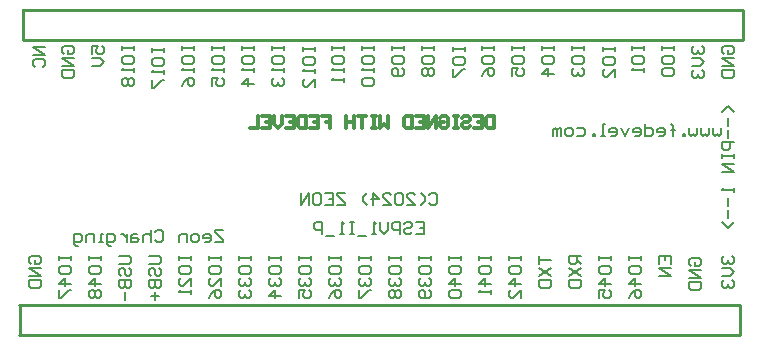
<source format=gbo>
G04*
G04 #@! TF.GenerationSoftware,Altium Limited,Altium Designer,24.5.2 (23)*
G04*
G04 Layer_Color=32896*
%FSLAX25Y25*%
%MOIN*%
G70*
G04*
G04 #@! TF.SameCoordinates,906D8F54-8257-410E-A491-0C3AE59FFD44*
G04*
G04*
G04 #@! TF.FilePolarity,Positive*
G04*
G01*
G75*
%ADD11C,0.00600*%
%ADD67C,0.01200*%
%ADD82C,0.01000*%
D11*
X96600Y35832D02*
X93934D01*
Y35165D01*
X96600Y32499D01*
Y31833D01*
X93934D01*
X90602D02*
X91935D01*
X92601Y32499D01*
Y33832D01*
X91935Y34499D01*
X90602D01*
X89935Y33832D01*
Y33166D01*
X92601D01*
X87936Y31833D02*
X86603D01*
X85937Y32499D01*
Y33832D01*
X86603Y34499D01*
X87936D01*
X88603Y33832D01*
Y32499D01*
X87936Y31833D01*
X84604D02*
Y34499D01*
X82604D01*
X81938Y33832D01*
Y31833D01*
X73941Y35165D02*
X74607Y35832D01*
X75940D01*
X76606Y35165D01*
Y32499D01*
X75940Y31833D01*
X74607D01*
X73941Y32499D01*
X72608Y35832D02*
Y31833D01*
Y33832D01*
X71941Y34499D01*
X70608D01*
X69942Y33832D01*
Y31833D01*
X67943Y34499D02*
X66610D01*
X65943Y33832D01*
Y31833D01*
X67943D01*
X68609Y32499D01*
X67943Y33166D01*
X65943D01*
X64610Y34499D02*
Y31833D01*
Y33166D01*
X63944Y33832D01*
X63277Y34499D01*
X62611D01*
X59279Y30500D02*
X58612D01*
X57946Y31166D01*
Y34499D01*
X59945D01*
X60612Y33832D01*
Y32499D01*
X59945Y31833D01*
X57946D01*
X56613D02*
X55280D01*
X55946D01*
Y34499D01*
X56613D01*
X53281Y31833D02*
Y34499D01*
X51281D01*
X50615Y33832D01*
Y31833D01*
X47949Y30500D02*
X47283D01*
X46616Y31166D01*
Y34499D01*
X48616D01*
X49282Y33832D01*
Y32499D01*
X48616Y31833D01*
X46616D01*
X266900Y74901D02*
X264901Y76900D01*
X262901Y74901D01*
X264901Y72901D02*
Y70236D01*
Y68903D02*
Y66237D01*
X266900Y64904D02*
X262901D01*
Y62905D01*
X263568Y62238D01*
X264901D01*
X265567Y62905D01*
Y64904D01*
X262901Y60905D02*
Y59572D01*
Y60239D01*
X266900D01*
Y60905D01*
Y59572D01*
Y57573D02*
X262901D01*
X266900Y54907D01*
X262901D01*
X266900Y49575D02*
Y48243D01*
Y48909D01*
X262901D01*
X263568Y49575D01*
X264901Y46243D02*
Y43577D01*
Y42244D02*
Y39579D01*
X266900Y38246D02*
X264901Y36246D01*
X262901Y38246D01*
X262400Y69766D02*
Y67766D01*
X261734Y67100D01*
X261067Y67766D01*
X260401Y67100D01*
X259734Y67766D01*
Y69766D01*
X258401D02*
Y67766D01*
X257735Y67100D01*
X257068Y67766D01*
X256402Y67100D01*
X255735Y67766D01*
Y69766D01*
X254403D02*
Y67766D01*
X253736Y67100D01*
X253070Y67766D01*
X252403Y67100D01*
X251737Y67766D01*
Y69766D01*
X250404Y67100D02*
Y67766D01*
X249737D01*
Y67100D01*
X250404D01*
X246405D02*
Y70432D01*
Y69099D01*
X247072D01*
X245739D01*
X246405D01*
Y70432D01*
X245739Y71099D01*
X241740Y67100D02*
X243073D01*
X243739Y67766D01*
Y69099D01*
X243073Y69766D01*
X241740D01*
X241073Y69099D01*
Y68433D01*
X243739D01*
X237075Y71099D02*
Y67100D01*
X239074D01*
X239741Y67766D01*
Y69099D01*
X239074Y69766D01*
X237075D01*
X233743Y67100D02*
X235075D01*
X235742Y67766D01*
Y69099D01*
X235075Y69766D01*
X233743D01*
X233076Y69099D01*
Y68433D01*
X235742D01*
X231743Y69766D02*
X230410Y67100D01*
X229077Y69766D01*
X225745Y67100D02*
X227078D01*
X227745Y67766D01*
Y69099D01*
X227078Y69766D01*
X225745D01*
X225079Y69099D01*
Y68433D01*
X227745D01*
X223746Y67100D02*
X222413D01*
X223079D01*
Y71099D01*
X223746D01*
X220413Y67100D02*
Y67766D01*
X219747D01*
Y67100D01*
X220413D01*
X214416Y69766D02*
X216415D01*
X217081Y69099D01*
Y67766D01*
X216415Y67100D01*
X214416D01*
X212416D02*
X211083D01*
X210417Y67766D01*
Y69099D01*
X211083Y69766D01*
X212416D01*
X213083Y69099D01*
Y67766D01*
X212416Y67100D01*
X209084D02*
Y69766D01*
X208417D01*
X207751Y69099D01*
Y67100D01*
Y69099D01*
X207084Y69766D01*
X206418Y69099D01*
Y67100D01*
X165234Y47432D02*
X165901Y48099D01*
X167234D01*
X167900Y47432D01*
Y44766D01*
X167234Y44100D01*
X165901D01*
X165234Y44766D01*
X162568Y44100D02*
X163901Y45433D01*
Y46766D01*
X162568Y48099D01*
X157903Y44100D02*
X160569D01*
X157903Y46766D01*
Y47432D01*
X158570Y48099D01*
X159903D01*
X160569Y47432D01*
X156570D02*
X155904Y48099D01*
X154571D01*
X153904Y47432D01*
Y44766D01*
X154571Y44100D01*
X155904D01*
X156570Y44766D01*
Y47432D01*
X149906Y44100D02*
X152572D01*
X149906Y46766D01*
Y47432D01*
X150572Y48099D01*
X151905D01*
X152572Y47432D01*
X146574Y44100D02*
Y48099D01*
X148573Y46099D01*
X145907D01*
X144574Y44100D02*
X143241Y45433D01*
Y46766D01*
X144574Y48099D01*
X137243D02*
X134577D01*
Y47432D01*
X137243Y44766D01*
Y44100D01*
X134577D01*
X130579Y48099D02*
X133245D01*
Y44100D01*
X130579D01*
X133245Y46099D02*
X131912D01*
X127246Y48099D02*
X128579D01*
X129246Y47432D01*
Y44766D01*
X128579Y44100D01*
X127246D01*
X126580Y44766D01*
Y47432D01*
X127246Y48099D01*
X125247Y44100D02*
Y48099D01*
X122581Y44100D01*
Y48099D01*
X160734Y38265D02*
X163400D01*
Y34266D01*
X160734D01*
X163400Y36266D02*
X162067D01*
X156736Y37599D02*
X157402Y38265D01*
X158735D01*
X159401Y37599D01*
Y36932D01*
X158735Y36266D01*
X157402D01*
X156736Y35599D01*
Y34933D01*
X157402Y34266D01*
X158735D01*
X159401Y34933D01*
X155403Y34266D02*
Y38265D01*
X153403D01*
X152737Y37599D01*
Y36266D01*
X153403Y35599D01*
X155403D01*
X151404Y38265D02*
Y35599D01*
X150071Y34266D01*
X148738Y35599D01*
Y38265D01*
X147405Y34266D02*
X146072D01*
X146739D01*
Y38265D01*
X147405Y37599D01*
X144073Y33600D02*
X141407D01*
X140074Y38265D02*
X138741D01*
X139408D01*
Y34266D01*
X140074D01*
X138741D01*
X136742D02*
X135409D01*
X136075D01*
Y38265D01*
X136742Y37599D01*
X133410Y33600D02*
X130744D01*
X129411Y34266D02*
Y38265D01*
X127412D01*
X126745Y37599D01*
Y36266D01*
X127412Y35599D01*
X129411D01*
X32568Y24234D02*
X31901Y24901D01*
Y26234D01*
X32568Y26900D01*
X35234D01*
X35900Y26234D01*
Y24901D01*
X35234Y24234D01*
X33901D01*
Y25567D01*
X35900Y22901D02*
X31901D01*
X35900Y20235D01*
X31901D01*
Y18903D02*
X35900D01*
Y16903D01*
X35234Y16237D01*
X32568D01*
X31901Y16903D01*
Y18903D01*
X41901Y26900D02*
Y25567D01*
Y26234D01*
X45900D01*
Y26900D01*
Y25567D01*
X41901Y21568D02*
Y22901D01*
X42568Y23568D01*
X45234D01*
X45900Y22901D01*
Y21568D01*
X45234Y20902D01*
X42568D01*
X41901Y21568D01*
X45900Y17570D02*
X41901D01*
X43901Y19569D01*
Y16903D01*
X41901Y15570D02*
Y12904D01*
X42568D01*
X45234Y15570D01*
X45900D01*
X51901Y26900D02*
Y25567D01*
Y26234D01*
X55900D01*
Y26900D01*
Y25567D01*
X51901Y21568D02*
Y22901D01*
X52568Y23568D01*
X55234D01*
X55900Y22901D01*
Y21568D01*
X55234Y20902D01*
X52568D01*
X51901Y21568D01*
X55900Y17570D02*
X51901D01*
X53901Y19569D01*
Y16903D01*
X52568Y15570D02*
X51901Y14904D01*
Y13571D01*
X52568Y12904D01*
X53234D01*
X53901Y13571D01*
X54567Y12904D01*
X55234D01*
X55900Y13571D01*
Y14904D01*
X55234Y15570D01*
X54567D01*
X53901Y14904D01*
X53234Y15570D01*
X52568D01*
X53901Y14904D02*
Y13571D01*
X61901Y26900D02*
X65234D01*
X65900Y26234D01*
Y24901D01*
X65234Y24234D01*
X61901D01*
X62568Y20235D02*
X61901Y20902D01*
Y22235D01*
X62568Y22901D01*
X63234D01*
X63901Y22235D01*
Y20902D01*
X64567Y20235D01*
X65234D01*
X65900Y20902D01*
Y22235D01*
X65234Y22901D01*
X61901Y18903D02*
X65900D01*
Y16903D01*
X65234Y16237D01*
X64567D01*
X63901Y16903D01*
Y18903D01*
Y16903D01*
X63234Y16237D01*
X62568D01*
X61901Y16903D01*
Y18903D01*
X63901Y14904D02*
Y12238D01*
X71901Y26900D02*
X75234D01*
X75900Y26234D01*
Y24901D01*
X75234Y24234D01*
X71901D01*
X72568Y20235D02*
X71901Y20902D01*
Y22235D01*
X72568Y22901D01*
X73234D01*
X73901Y22235D01*
Y20902D01*
X74567Y20235D01*
X75234D01*
X75900Y20902D01*
Y22235D01*
X75234Y22901D01*
X71901Y18903D02*
X75900D01*
Y16903D01*
X75234Y16237D01*
X74567D01*
X73901Y16903D01*
Y18903D01*
Y16903D01*
X73234Y16237D01*
X72568D01*
X71901Y16903D01*
Y18903D01*
X73901Y14904D02*
Y12238D01*
X72568Y13571D02*
X75234D01*
X81901Y26900D02*
Y25567D01*
Y26234D01*
X85900D01*
Y26900D01*
Y25567D01*
X81901Y21568D02*
Y22901D01*
X82568Y23568D01*
X85234D01*
X85900Y22901D01*
Y21568D01*
X85234Y20902D01*
X82568D01*
X81901Y21568D01*
X85900Y16903D02*
Y19569D01*
X83234Y16903D01*
X82568D01*
X81901Y17570D01*
Y18903D01*
X82568Y19569D01*
X85900Y15570D02*
Y14237D01*
Y14904D01*
X81901D01*
X82568Y15570D01*
X91901Y26900D02*
Y25567D01*
Y26234D01*
X95900D01*
Y26900D01*
Y25567D01*
X91901Y21568D02*
Y22901D01*
X92568Y23568D01*
X95234D01*
X95900Y22901D01*
Y21568D01*
X95234Y20902D01*
X92568D01*
X91901Y21568D01*
X95900Y16903D02*
Y19569D01*
X93234Y16903D01*
X92568D01*
X91901Y17570D01*
Y18903D01*
X92568Y19569D01*
X91901Y12904D02*
X92568Y14237D01*
X93901Y15570D01*
X95234D01*
X95900Y14904D01*
Y13571D01*
X95234Y12904D01*
X94567D01*
X93901Y13571D01*
Y15570D01*
X101901Y26900D02*
Y25567D01*
Y26234D01*
X105900D01*
Y26900D01*
Y25567D01*
X101901Y21568D02*
Y22901D01*
X102568Y23568D01*
X105234D01*
X105900Y22901D01*
Y21568D01*
X105234Y20902D01*
X102568D01*
X101901Y21568D01*
X102568Y19569D02*
X101901Y18903D01*
Y17570D01*
X102568Y16903D01*
X103234D01*
X103901Y17570D01*
Y18236D01*
Y17570D01*
X104567Y16903D01*
X105234D01*
X105900Y17570D01*
Y18903D01*
X105234Y19569D01*
X102568Y15570D02*
X101901Y14904D01*
Y13571D01*
X102568Y12904D01*
X103234D01*
X103901Y13571D01*
Y14237D01*
Y13571D01*
X104567Y12904D01*
X105234D01*
X105900Y13571D01*
Y14904D01*
X105234Y15570D01*
X111901Y26900D02*
Y25567D01*
Y26234D01*
X115900D01*
Y26900D01*
Y25567D01*
X111901Y21568D02*
Y22901D01*
X112568Y23568D01*
X115234D01*
X115900Y22901D01*
Y21568D01*
X115234Y20902D01*
X112568D01*
X111901Y21568D01*
X112568Y19569D02*
X111901Y18903D01*
Y17570D01*
X112568Y16903D01*
X113234D01*
X113901Y17570D01*
Y18236D01*
Y17570D01*
X114567Y16903D01*
X115234D01*
X115900Y17570D01*
Y18903D01*
X115234Y19569D01*
X115900Y13571D02*
X111901D01*
X113901Y15570D01*
Y12904D01*
X121901Y26900D02*
Y25567D01*
Y26234D01*
X125900D01*
Y26900D01*
Y25567D01*
X121901Y21568D02*
Y22901D01*
X122568Y23568D01*
X125233D01*
X125900Y22901D01*
Y21568D01*
X125233Y20902D01*
X122568D01*
X121901Y21568D01*
X122568Y19569D02*
X121901Y18903D01*
Y17570D01*
X122568Y16903D01*
X123234D01*
X123901Y17570D01*
Y18236D01*
Y17570D01*
X124567Y16903D01*
X125233D01*
X125900Y17570D01*
Y18903D01*
X125233Y19569D01*
X121901Y12904D02*
Y15570D01*
X123901D01*
X123234Y14237D01*
Y13571D01*
X123901Y12904D01*
X125233D01*
X125900Y13571D01*
Y14904D01*
X125233Y15570D01*
X131901Y26900D02*
Y25567D01*
Y26234D01*
X135900D01*
Y26900D01*
Y25567D01*
X131901Y21568D02*
Y22901D01*
X132568Y23568D01*
X135233D01*
X135900Y22901D01*
Y21568D01*
X135233Y20902D01*
X132568D01*
X131901Y21568D01*
X132568Y19569D02*
X131901Y18903D01*
Y17570D01*
X132568Y16903D01*
X133234D01*
X133901Y17570D01*
Y18236D01*
Y17570D01*
X134567Y16903D01*
X135233D01*
X135900Y17570D01*
Y18903D01*
X135233Y19569D01*
X131901Y12904D02*
X132568Y14237D01*
X133901Y15570D01*
X135233D01*
X135900Y14904D01*
Y13571D01*
X135233Y12904D01*
X134567D01*
X133901Y13571D01*
Y15570D01*
X141901Y26900D02*
Y25567D01*
Y26234D01*
X145900D01*
Y26900D01*
Y25567D01*
X141901Y21568D02*
Y22901D01*
X142568Y23568D01*
X145234D01*
X145900Y22901D01*
Y21568D01*
X145234Y20902D01*
X142568D01*
X141901Y21568D01*
X142568Y19569D02*
X141901Y18903D01*
Y17570D01*
X142568Y16903D01*
X143234D01*
X143901Y17570D01*
Y18236D01*
Y17570D01*
X144567Y16903D01*
X145234D01*
X145900Y17570D01*
Y18903D01*
X145234Y19569D01*
X141901Y15570D02*
Y12904D01*
X142568D01*
X145234Y15570D01*
X145900D01*
X151901Y26900D02*
Y25567D01*
Y26234D01*
X155900D01*
Y26900D01*
Y25567D01*
X151901Y21568D02*
Y22901D01*
X152568Y23568D01*
X155234D01*
X155900Y22901D01*
Y21568D01*
X155234Y20902D01*
X152568D01*
X151901Y21568D01*
X152568Y19569D02*
X151901Y18903D01*
Y17570D01*
X152568Y16903D01*
X153234D01*
X153901Y17570D01*
Y18236D01*
Y17570D01*
X154567Y16903D01*
X155234D01*
X155900Y17570D01*
Y18903D01*
X155234Y19569D01*
X152568Y15570D02*
X151901Y14904D01*
Y13571D01*
X152568Y12904D01*
X153234D01*
X153901Y13571D01*
X154567Y12904D01*
X155234D01*
X155900Y13571D01*
Y14904D01*
X155234Y15570D01*
X154567D01*
X153901Y14904D01*
X153234Y15570D01*
X152568D01*
X153901Y14904D02*
Y13571D01*
X161901Y26900D02*
Y25567D01*
Y26234D01*
X165900D01*
Y26900D01*
Y25567D01*
X161901Y21568D02*
Y22901D01*
X162568Y23568D01*
X165234D01*
X165900Y22901D01*
Y21568D01*
X165234Y20902D01*
X162568D01*
X161901Y21568D01*
X162568Y19569D02*
X161901Y18903D01*
Y17570D01*
X162568Y16903D01*
X163234D01*
X163901Y17570D01*
Y18236D01*
Y17570D01*
X164567Y16903D01*
X165234D01*
X165900Y17570D01*
Y18903D01*
X165234Y19569D01*
Y15570D02*
X165900Y14904D01*
Y13571D01*
X165234Y12904D01*
X162568D01*
X161901Y13571D01*
Y14904D01*
X162568Y15570D01*
X163234D01*
X163901Y14904D01*
Y12904D01*
X171901Y26900D02*
Y25567D01*
Y26234D01*
X175900D01*
Y26900D01*
Y25567D01*
X171901Y21568D02*
Y22901D01*
X172568Y23568D01*
X175233D01*
X175900Y22901D01*
Y21568D01*
X175233Y20902D01*
X172568D01*
X171901Y21568D01*
X175900Y17570D02*
X171901D01*
X173901Y19569D01*
Y16903D01*
X172568Y15570D02*
X171901Y14904D01*
Y13571D01*
X172568Y12904D01*
X175233D01*
X175900Y13571D01*
Y14904D01*
X175233Y15570D01*
X172568D01*
X181901Y26900D02*
Y25567D01*
Y26234D01*
X185900D01*
Y26900D01*
Y25567D01*
X181901Y21568D02*
Y22901D01*
X182568Y23568D01*
X185233D01*
X185900Y22901D01*
Y21568D01*
X185233Y20902D01*
X182568D01*
X181901Y21568D01*
X185900Y17570D02*
X181901D01*
X183901Y19569D01*
Y16903D01*
X185900Y15570D02*
Y14237D01*
Y14904D01*
X181901D01*
X182568Y15570D01*
X191901Y26900D02*
Y25567D01*
Y26234D01*
X195900D01*
Y26900D01*
Y25567D01*
X191901Y21568D02*
Y22901D01*
X192568Y23568D01*
X195234D01*
X195900Y22901D01*
Y21568D01*
X195234Y20902D01*
X192568D01*
X191901Y21568D01*
X195900Y17570D02*
X191901D01*
X193901Y19569D01*
Y16903D01*
X195900Y12904D02*
Y15570D01*
X193234Y12904D01*
X192568D01*
X191901Y13571D01*
Y14904D01*
X192568Y15570D01*
X201901Y26900D02*
Y24234D01*
Y25567D01*
X205900D01*
X201901Y22901D02*
X205900Y20235D01*
X201901D02*
X205900Y22901D01*
X201901Y18903D02*
X205900D01*
Y16903D01*
X205234Y16237D01*
X202568D01*
X201901Y16903D01*
Y18903D01*
X215900Y26900D02*
X211901D01*
Y24901D01*
X212568Y24234D01*
X213901D01*
X214567Y24901D01*
Y26900D01*
Y25567D02*
X215900Y24234D01*
X211901Y22901D02*
X215900Y20235D01*
X211901D02*
X215900Y22901D01*
X211901Y18903D02*
X215900D01*
Y16903D01*
X215234Y16237D01*
X212568D01*
X211901Y16903D01*
Y18903D01*
X221901Y26900D02*
Y25567D01*
Y26234D01*
X225900D01*
Y26900D01*
Y25567D01*
X221901Y21568D02*
Y22901D01*
X222568Y23568D01*
X225234D01*
X225900Y22901D01*
Y21568D01*
X225234Y20902D01*
X222568D01*
X221901Y21568D01*
X225900Y17570D02*
X221901D01*
X223901Y19569D01*
Y16903D01*
X221901Y12904D02*
Y15570D01*
X223901D01*
X223234Y14237D01*
Y13571D01*
X223901Y12904D01*
X225234D01*
X225900Y13571D01*
Y14904D01*
X225234Y15570D01*
X241901Y24234D02*
Y26900D01*
X245900D01*
Y24234D01*
X243901Y26900D02*
Y25567D01*
X245900Y22901D02*
X241901D01*
X245900Y20235D01*
X241901D01*
X252568Y23734D02*
X251901Y24401D01*
Y25734D01*
X252568Y26400D01*
X255234D01*
X255900Y25734D01*
Y24401D01*
X255234Y23734D01*
X253901D01*
Y25067D01*
X255900Y22401D02*
X251901D01*
X255900Y19736D01*
X251901D01*
Y18403D02*
X255900D01*
Y16403D01*
X255234Y15737D01*
X252568D01*
X251901Y16403D01*
Y18403D01*
X263568Y26900D02*
X262901Y26234D01*
Y24901D01*
X263568Y24234D01*
X264234D01*
X264901Y24901D01*
Y25567D01*
Y24901D01*
X265567Y24234D01*
X266234D01*
X266900Y24901D01*
Y26234D01*
X266234Y26900D01*
X262901Y22901D02*
X265567D01*
X266900Y21568D01*
X265567Y20235D01*
X262901D01*
X263568Y18903D02*
X262901Y18236D01*
Y16903D01*
X263568Y16237D01*
X264234D01*
X264901Y16903D01*
Y17570D01*
Y16903D01*
X265567Y16237D01*
X266234D01*
X266900Y16903D01*
Y18236D01*
X266234Y18903D01*
X231901Y26900D02*
Y25567D01*
Y26234D01*
X235900D01*
Y26900D01*
Y25567D01*
X231901Y21568D02*
Y22901D01*
X232568Y23568D01*
X235234D01*
X235900Y22901D01*
Y21568D01*
X235234Y20902D01*
X232568D01*
X231901Y21568D01*
X235900Y17570D02*
X231901D01*
X233901Y19569D01*
Y16903D01*
X231901Y12904D02*
X232568Y14237D01*
X233901Y15570D01*
X235234D01*
X235900Y14904D01*
Y13571D01*
X235234Y12904D01*
X234567D01*
X233901Y13571D01*
Y15570D01*
X62901Y96900D02*
Y95567D01*
Y96234D01*
X66900D01*
Y96900D01*
Y95567D01*
X62901Y91568D02*
Y92901D01*
X63568Y93568D01*
X66234D01*
X66900Y92901D01*
Y91568D01*
X66234Y90902D01*
X63568D01*
X62901Y91568D01*
X66900Y89569D02*
Y88236D01*
Y88903D01*
X62901D01*
X63568Y89569D01*
Y86237D02*
X62901Y85570D01*
Y84237D01*
X63568Y83571D01*
X64234D01*
X64901Y84237D01*
X65567Y83571D01*
X66234D01*
X66900Y84237D01*
Y85570D01*
X66234Y86237D01*
X65567D01*
X64901Y85570D01*
X64234Y86237D01*
X63568D01*
X64901Y85570D02*
Y84237D01*
X52901Y94234D02*
Y96900D01*
X54901D01*
X54234Y95567D01*
Y94901D01*
X54901Y94234D01*
X56234D01*
X56900Y94901D01*
Y96234D01*
X56234Y96900D01*
X52901Y92901D02*
X55567D01*
X56900Y91568D01*
X55567Y90236D01*
X52901D01*
X43568Y94234D02*
X42901Y94901D01*
Y96234D01*
X43568Y96900D01*
X46234D01*
X46900Y96234D01*
Y94901D01*
X46234Y94234D01*
X44901D01*
Y95567D01*
X46900Y92901D02*
X42901D01*
X46900Y90236D01*
X42901D01*
Y88903D02*
X46900D01*
Y86903D01*
X46234Y86237D01*
X43568D01*
X42901Y86903D01*
Y88903D01*
X37123Y96780D02*
X33125D01*
X37123Y94115D01*
X33125D01*
X33791Y90116D02*
X33125Y90782D01*
Y92115D01*
X33791Y92782D01*
X36457D01*
X37123Y92115D01*
Y90782D01*
X36457Y90116D01*
X112901Y96900D02*
Y95567D01*
Y96234D01*
X116900D01*
Y96900D01*
Y95567D01*
X112901Y91568D02*
Y92901D01*
X113568Y93568D01*
X116234D01*
X116900Y92901D01*
Y91568D01*
X116234Y90902D01*
X113568D01*
X112901Y91568D01*
X116900Y89569D02*
Y88236D01*
Y88903D01*
X112901D01*
X113568Y89569D01*
Y86237D02*
X112901Y85570D01*
Y84237D01*
X113568Y83571D01*
X114234D01*
X114901Y84237D01*
Y84904D01*
Y84237D01*
X115567Y83571D01*
X116234D01*
X116900Y84237D01*
Y85570D01*
X116234Y86237D01*
X102901Y96900D02*
Y95567D01*
Y96234D01*
X106900D01*
Y96900D01*
Y95567D01*
X102901Y91568D02*
Y92901D01*
X103568Y93568D01*
X106234D01*
X106900Y92901D01*
Y91568D01*
X106234Y90902D01*
X103568D01*
X102901Y91568D01*
X106900Y89569D02*
Y88236D01*
Y88903D01*
X102901D01*
X103568Y89569D01*
X106900Y84237D02*
X102901D01*
X104901Y86237D01*
Y83571D01*
X92901Y96900D02*
Y95567D01*
Y96234D01*
X96900D01*
Y96900D01*
Y95567D01*
X92901Y91568D02*
Y92901D01*
X93568Y93568D01*
X96234D01*
X96900Y92901D01*
Y91568D01*
X96234Y90902D01*
X93568D01*
X92901Y91568D01*
X96900Y89569D02*
Y88236D01*
Y88903D01*
X92901D01*
X93568Y89569D01*
X92901Y83571D02*
Y86237D01*
X94901D01*
X94234Y84904D01*
Y84237D01*
X94901Y83571D01*
X96234D01*
X96900Y84237D01*
Y85570D01*
X96234Y86237D01*
X82901Y96900D02*
Y95567D01*
Y96234D01*
X86900D01*
Y96900D01*
Y95567D01*
X82901Y91568D02*
Y92901D01*
X83568Y93568D01*
X86234D01*
X86900Y92901D01*
Y91568D01*
X86234Y90902D01*
X83568D01*
X82901Y91568D01*
X86900Y89569D02*
Y88236D01*
Y88903D01*
X82901D01*
X83568Y89569D01*
X82901Y83571D02*
X83568Y84904D01*
X84901Y86237D01*
X86234D01*
X86900Y85570D01*
Y84237D01*
X86234Y83571D01*
X85567D01*
X84901Y84237D01*
Y86237D01*
X72901Y96400D02*
Y95067D01*
Y95734D01*
X76900D01*
Y96400D01*
Y95067D01*
X72901Y91068D02*
Y92401D01*
X73568Y93068D01*
X76234D01*
X76900Y92401D01*
Y91068D01*
X76234Y90402D01*
X73568D01*
X72901Y91068D01*
X76900Y89069D02*
Y87736D01*
Y88403D01*
X72901D01*
X73568Y89069D01*
X72901Y85737D02*
Y83071D01*
X73568D01*
X76234Y85737D01*
X76900D01*
X162901Y96900D02*
Y95567D01*
Y96234D01*
X166900D01*
Y96900D01*
Y95567D01*
X162901Y91568D02*
Y92901D01*
X163568Y93568D01*
X166234D01*
X166900Y92901D01*
Y91568D01*
X166234Y90902D01*
X163568D01*
X162901Y91568D01*
X163568Y89569D02*
X162901Y88903D01*
Y87570D01*
X163568Y86903D01*
X164234D01*
X164901Y87570D01*
X165567Y86903D01*
X166234D01*
X166900Y87570D01*
Y88903D01*
X166234Y89569D01*
X165567D01*
X164901Y88903D01*
X164234Y89569D01*
X163568D01*
X164901Y88903D02*
Y87570D01*
X152901Y96900D02*
Y95567D01*
Y96234D01*
X156900D01*
Y96900D01*
Y95567D01*
X152901Y91568D02*
Y92901D01*
X153568Y93568D01*
X156234D01*
X156900Y92901D01*
Y91568D01*
X156234Y90902D01*
X153568D01*
X152901Y91568D01*
X156234Y89569D02*
X156900Y88903D01*
Y87570D01*
X156234Y86903D01*
X153568D01*
X152901Y87570D01*
Y88903D01*
X153568Y89569D01*
X154234D01*
X154901Y88903D01*
Y86903D01*
X142901Y96900D02*
Y95567D01*
Y96234D01*
X146900D01*
Y96900D01*
Y95567D01*
X142901Y91568D02*
Y92901D01*
X143568Y93568D01*
X146233D01*
X146900Y92901D01*
Y91568D01*
X146233Y90902D01*
X143568D01*
X142901Y91568D01*
X146900Y89569D02*
Y88236D01*
Y88903D01*
X142901D01*
X143568Y89569D01*
Y86237D02*
X142901Y85570D01*
Y84237D01*
X143568Y83571D01*
X146233D01*
X146900Y84237D01*
Y85570D01*
X146233Y86237D01*
X143568D01*
X132901Y96900D02*
Y95567D01*
Y96234D01*
X136900D01*
Y96900D01*
Y95567D01*
X132901Y91568D02*
Y92901D01*
X133568Y93568D01*
X136233D01*
X136900Y92901D01*
Y91568D01*
X136233Y90902D01*
X133568D01*
X132901Y91568D01*
X136900Y89569D02*
Y88236D01*
Y88903D01*
X132901D01*
X133568Y89569D01*
X136900Y86237D02*
Y84904D01*
Y85570D01*
X132901D01*
X133568Y86237D01*
X123125Y96780D02*
Y95447D01*
Y96114D01*
X127123D01*
Y96780D01*
Y95447D01*
X123125Y91449D02*
Y92782D01*
X123791Y93448D01*
X126457D01*
X127123Y92782D01*
Y91449D01*
X126457Y90782D01*
X123791D01*
X123125Y91449D01*
X127123Y89449D02*
Y88116D01*
Y88783D01*
X123125D01*
X123791Y89449D01*
X127123Y83451D02*
Y86117D01*
X124458Y83451D01*
X123791D01*
X123125Y84118D01*
Y85451D01*
X123791Y86117D01*
X212901Y96900D02*
Y95567D01*
Y96234D01*
X216900D01*
Y96900D01*
Y95567D01*
X212901Y91568D02*
Y92901D01*
X213568Y93568D01*
X216234D01*
X216900Y92901D01*
Y91568D01*
X216234Y90902D01*
X213568D01*
X212901Y91568D01*
X213568Y89569D02*
X212901Y88903D01*
Y87570D01*
X213568Y86903D01*
X214234D01*
X214901Y87570D01*
Y88236D01*
Y87570D01*
X215567Y86903D01*
X216234D01*
X216900Y87570D01*
Y88903D01*
X216234Y89569D01*
X202901Y96900D02*
Y95567D01*
Y96234D01*
X206900D01*
Y96900D01*
Y95567D01*
X202901Y91568D02*
Y92901D01*
X203568Y93568D01*
X206234D01*
X206900Y92901D01*
Y91568D01*
X206234Y90902D01*
X203568D01*
X202901Y91568D01*
X206900Y87570D02*
X202901D01*
X204901Y89569D01*
Y86903D01*
X192901Y96900D02*
Y95567D01*
Y96234D01*
X196900D01*
Y96900D01*
Y95567D01*
X193568Y93568D02*
X192901Y92901D01*
Y91568D01*
X193568Y90902D01*
X196233D01*
X196900Y91568D01*
Y92901D01*
X196233Y93568D01*
X193568D01*
X192901Y86903D02*
Y89569D01*
X194901D01*
X194234Y88236D01*
Y87570D01*
X194901Y86903D01*
X196233D01*
X196900Y87570D01*
Y88903D01*
X196233Y89569D01*
X182901Y96900D02*
Y95567D01*
Y96234D01*
X186900D01*
Y96900D01*
Y95567D01*
X182901Y91568D02*
Y92901D01*
X183568Y93568D01*
X186233D01*
X186900Y92901D01*
Y91568D01*
X186233Y90902D01*
X183568D01*
X182901Y91568D01*
Y86903D02*
X183568Y88236D01*
X184901Y89569D01*
X186233D01*
X186900Y88903D01*
Y87570D01*
X186233Y86903D01*
X185567D01*
X184901Y87570D01*
Y89569D01*
X173125Y96780D02*
Y95447D01*
Y96114D01*
X177123D01*
Y96780D01*
Y95447D01*
X173125Y91449D02*
Y92782D01*
X173791Y93448D01*
X176457D01*
X177123Y92782D01*
Y91449D01*
X176457Y90782D01*
X173791D01*
X173125Y91449D01*
Y89449D02*
Y86784D01*
X173791D01*
X176457Y89449D01*
X177123D01*
X223125Y96780D02*
Y95447D01*
Y96114D01*
X227123D01*
Y96780D01*
Y95447D01*
X223125Y91449D02*
Y92782D01*
X223791Y93448D01*
X226457D01*
X227123Y92782D01*
Y91449D01*
X226457Y90782D01*
X223791D01*
X223125Y91449D01*
X227123Y86784D02*
Y89449D01*
X224458Y86784D01*
X223791D01*
X223125Y87450D01*
Y88783D01*
X223791Y89449D01*
X232901Y96900D02*
Y95567D01*
Y96234D01*
X236900D01*
Y96900D01*
Y95567D01*
X232901Y91568D02*
Y92901D01*
X233568Y93568D01*
X236234D01*
X236900Y92901D01*
Y91568D01*
X236234Y90902D01*
X233568D01*
X232901Y91568D01*
X236900Y89569D02*
Y88236D01*
Y88903D01*
X232901D01*
X233568Y89569D01*
X242901Y96900D02*
Y95567D01*
Y96234D01*
X246900D01*
Y96900D01*
Y95567D01*
X242901Y91568D02*
Y92901D01*
X243568Y93568D01*
X246234D01*
X246900Y92901D01*
Y91568D01*
X246234Y90902D01*
X243568D01*
X242901Y91568D01*
X243568Y89569D02*
X242901Y88903D01*
Y87570D01*
X243568Y86903D01*
X246234D01*
X246900Y87570D01*
Y88903D01*
X246234Y89569D01*
X243568D01*
X253568Y96900D02*
X252901Y96234D01*
Y94901D01*
X253568Y94234D01*
X254234D01*
X254901Y94901D01*
Y95567D01*
Y94901D01*
X255567Y94234D01*
X256234D01*
X256900Y94901D01*
Y96234D01*
X256234Y96900D01*
X252901Y92901D02*
X255567D01*
X256900Y91568D01*
X255567Y90236D01*
X252901D01*
X253568Y88903D02*
X252901Y88236D01*
Y86903D01*
X253568Y86237D01*
X254234D01*
X254901Y86903D01*
Y87570D01*
Y86903D01*
X255567Y86237D01*
X256234D01*
X256900Y86903D01*
Y88236D01*
X256234Y88903D01*
X263568Y94234D02*
X262901Y94901D01*
Y96234D01*
X263568Y96900D01*
X266234D01*
X266900Y96234D01*
Y94901D01*
X266234Y94234D01*
X264901D01*
Y95567D01*
X266900Y92901D02*
X262901D01*
X266900Y90236D01*
X262901D01*
Y88903D02*
X266900D01*
Y86903D01*
X266234Y86237D01*
X263568D01*
X262901Y86903D01*
Y88903D01*
D67*
X186800Y73699D02*
Y69700D01*
X184801D01*
X184134Y70366D01*
Y73032D01*
X184801Y73699D01*
X186800D01*
X180136D02*
X182801D01*
Y69700D01*
X180136D01*
X182801Y71699D02*
X181468D01*
X176137Y73032D02*
X176803Y73699D01*
X178136D01*
X178803Y73032D01*
Y72366D01*
X178136Y71699D01*
X176803D01*
X176137Y71033D01*
Y70366D01*
X176803Y69700D01*
X178136D01*
X178803Y70366D01*
X174804Y73699D02*
X173471D01*
X174137D01*
Y69700D01*
X174804D01*
X173471D01*
X168806Y73032D02*
X169472Y73699D01*
X170805D01*
X171472Y73032D01*
Y70366D01*
X170805Y69700D01*
X169472D01*
X168806Y70366D01*
Y71699D01*
X170139D01*
X167473Y69700D02*
Y73699D01*
X164807Y69700D01*
Y73699D01*
X160808D02*
X163474D01*
Y69700D01*
X160808D01*
X163474Y71699D02*
X162141D01*
X159476Y73699D02*
Y69700D01*
X157476D01*
X156810Y70366D01*
Y73032D01*
X157476Y73699D01*
X159476D01*
X151478D02*
Y69700D01*
X150145Y71033D01*
X148812Y69700D01*
Y73699D01*
X147479D02*
X146147D01*
X146813D01*
Y69700D01*
X147479D01*
X146147D01*
X144147Y73699D02*
X141481D01*
X142814D01*
Y69700D01*
X140148Y73699D02*
Y69700D01*
Y71699D01*
X137483D01*
Y73699D01*
Y69700D01*
X129485Y73699D02*
X132151D01*
Y71699D01*
X130818D01*
X132151D01*
Y69700D01*
X125486Y73699D02*
X128152D01*
Y69700D01*
X125486D01*
X128152Y71699D02*
X126819D01*
X124153Y73699D02*
Y69700D01*
X122154D01*
X121488Y70366D01*
Y73032D01*
X122154Y73699D01*
X124153D01*
X117489D02*
X120155D01*
Y69700D01*
X117489D01*
X120155Y71699D02*
X118822D01*
X116156Y73699D02*
Y71033D01*
X114823Y69700D01*
X113490Y71033D01*
Y73699D01*
X109492D02*
X112157D01*
Y69700D01*
X109492D01*
X112157Y71699D02*
X110825D01*
X108159Y73699D02*
Y69700D01*
X105493D01*
D82*
X28672Y628D02*
G03*
X28700Y600I28J0D01*
G01*
X28672Y10661D02*
G03*
X28733Y10600I61J0D01*
G01*
X29872Y109061D02*
G03*
X29933Y109000I61J0D01*
G01*
X29872Y99028D02*
G03*
X29900Y99000I28J0D01*
G01*
X28700Y600D02*
X268700D01*
X28672Y628D02*
Y10661D01*
X28733Y10600D02*
X268700D01*
Y600D02*
Y10600D01*
X269900Y99000D02*
Y109000D01*
X29933D02*
X269900D01*
X29872Y99028D02*
Y109061D01*
X29900Y99000D02*
X269900D01*
M02*

</source>
